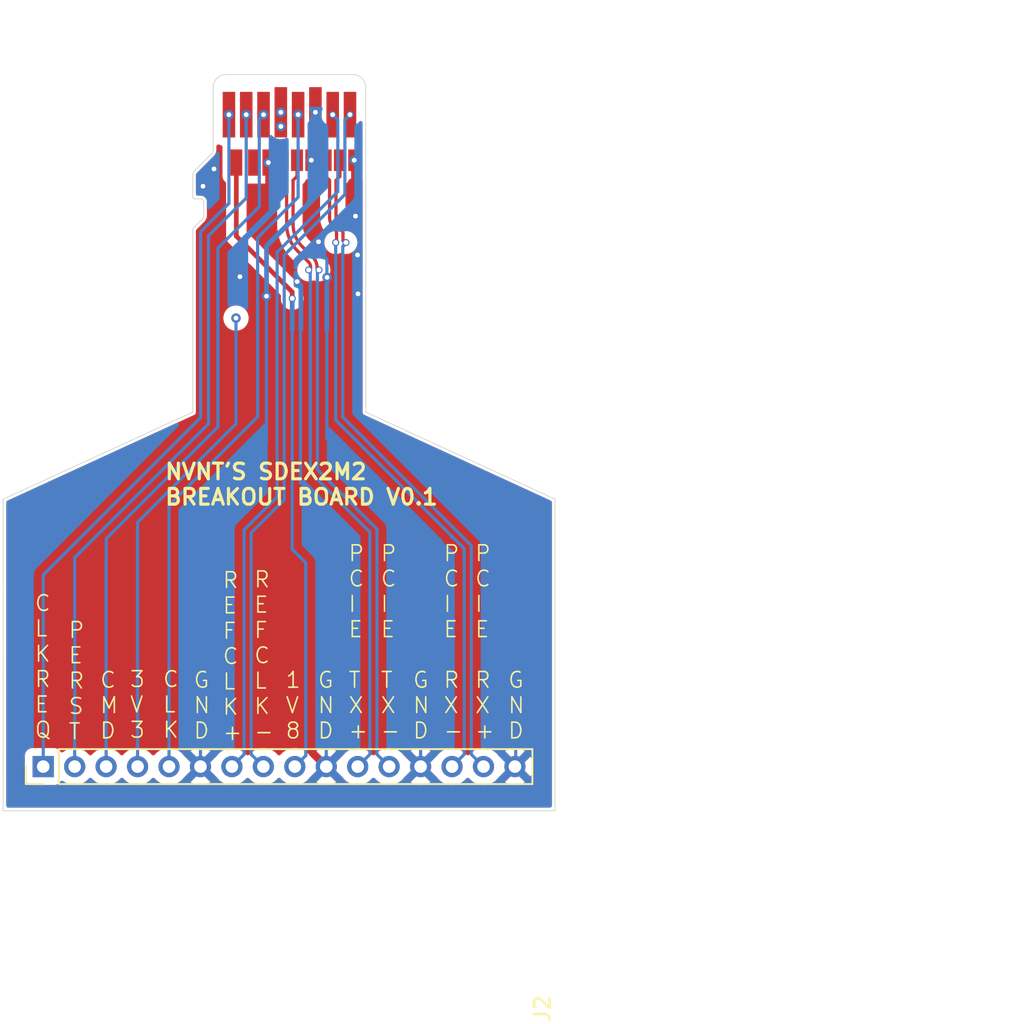
<source format=kicad_pcb>
(kicad_pcb (version 20241229) (generator "pcbnew") (generator_version "9.0")
  (layers (0 "F.Cu" signal) (4 "In1.Cu" signal "In1.GND.Cu") (6 "In2.Cu" signal "In2.VCC.Cu") (8 "In3.Cu" signal "In3.VCC.Cu") (10 "In4.Cu" signal "In4.GND.Cu") (2 "B.Cu" signal) (13 "F.Paste" user) (15 "B.Paste" user) (5 "F.SilkS" user "F.Silkscreen") (7 "B.SilkS" user "B.Silkscreen") (1 "F.Mask" user) (3 "B.Mask" user) (25 "Edge.Cuts" user))
  (net 0 "")
  (net 2 "/TX+")
  (net 3 "/TX-")
  (net 4 "Net-(J1-3V3)")
  (net 5 "Net-(J1-~{PERST}{slash}DAT3{slash}CD)")
  (net 6 "Net-(J1-~{CLKREQ}{slash}DAT2)")
  (net 7 "Net-(J1-CMD)")
  (net 8 "/RX+")
  (net 9 "Net-(J1-CLK)")
  (net 10 "Net-(J1-1V8)")
  (net 11 "GND")
  (net 12 "/RX-")
  (net 13 "/REFCLK+")
  (net 14 "/REFCLK-")
  (footprint "m1cha:usdex-male-open_bottom" (layer "F.Cu") (at 141.61 77.96)
    (property "Reference" "J1" (hide yes))
    (property "Value" "SDEX2M2 Breakout")
    (fp_line (start -6.15 6.395685) (end -6.15 7.8) (stroke (width 0.05)) (layer "Edge.Cuts"))
    (fp_line (start -6.15 9.8) (end -6.149999 15) (stroke (width 0.05)) (layer "Edge.Cuts"))
    (fp_line (start -6.05 7.9) (end -5.65 7.9) (stroke (width 0.05)) (layer "Edge.Cuts"))
    (fp_line (start -5.567158 9.217158) (end -6.15 9.8) (stroke (width 0.05)) (layer "Edge.Cuts"))
    (fp_line (start -5.45 8.1) (end -5.45 8.934315) (stroke (width 0.05)) (layer "Edge.Cuts"))
    (fp_line (start -4.967158 5.047158) (end -6.032843 6.112843) (stroke (width 0.05)) (layer "Edge.Cuts"))
    (fp_line (start -4.85 4.764315) (end -4.85 0.8) (stroke (width 0.05)) (layer "Edge.Cuts"))
    (fp_line (start -4.05 0) (end 4.05 0) (stroke (width 0.05)) (layer "Edge.Cuts"))
    (fp_line (start 4.85 0.8) (end 4.85 15) (stroke (width 0.05)) (layer "Edge.Cuts"))
    (fp_arc (start -6.15 6.395685) (mid -6.119552 6.242612) (end -6.032843 6.112843) (stroke (width 0.05)) (layer "Edge.Cuts"))
    (fp_arc (start -6.05 7.9) (mid -6.120711 7.870711) (end -6.15 7.8) (stroke (width 0.05)) (layer "Edge.Cuts"))
    (fp_arc (start -5.65 7.9) (mid -5.508579 7.958579) (end -5.45 8.1) (stroke (width 0.05)) (layer "Edge.Cuts"))
    (fp_arc (start -5.45 8.934315) (mid -5.480448 9.087389) (end -5.567158 9.217158) (stroke (width 0.05)) (layer "Edge.Cuts"))
    (fp_arc (start -4.85 0.8) (mid -4.615685 0.234315) (end -4.05 0) (stroke (width 0.05)) (layer "Edge.Cuts"))
    (fp_arc (start -4.85 4.764315) (mid -4.880448 4.917389) (end -4.967158 5.047158) (stroke (width 0.05)) (layer "Edge.Cuts"))
    (fp_arc (start 4.05 0) (mid 4.615685 0.234315) (end 4.85 0.8) (stroke (width 0.05)) (layer "Edge.Cuts"))
    (pad "1" smd rect (at -3.85 2.55) (size 0.8 2.9) (layers "F.Cu" "F.Mask" "F.Paste") (net 6 "Net-(J1-~{CLKREQ}{slash}DAT2)"))
    (pad "2" smd rect (at -2.75 2.55) (size 0.8 2.9) (layers "F.Cu" "F.Mask" "F.Paste") (net 5 "Net-(J1-~{PERST}{slash}DAT3{slash}CD)"))
    (pad "3" smd rect (at -1.65 2.55) (size 0.8 2.9) (layers "F.Cu" "F.Mask" "F.Paste") (net 7 "Net-(J1-CMD)"))
    (pad "4" smd rect (at -0.55 2.4) (size 0.8 3.2) (layers "F.Cu" "F.Mask" "F.Paste") (net 4 "Net-(J1-3V3)"))
    (pad "5" smd rect (at 0.55 2.55) (size 0.8 2.9) (layers "F.Cu" "F.Mask" "F.Paste") (net 9 "Net-(J1-CLK)"))
    (pad "6" smd rect (at 1.65 2.4) (size 0.8 3.2) (layers "F.Cu" "F.Mask" "F.Paste") (net 11 "GND"))
    (pad "7" smd rect (at 2.75 2.55) (size 0.8 2.9) (layers "F.Cu" "F.Mask" "F.Paste") (net 13 "/REFCLK+"))
    (pad "8" smd rect (at 3.85 2.55) (size 0.8 2.9) (layers "F.Cu" "F.Mask" "F.Paste") (net 14 "/REFCLK-"))
    (pad "9" smd rect (at -3.38 5.595) (size 0.76 1.67) (layers "F.Cu" "F.Mask" "F.Paste") (net 10 "Net-(J1-1V8)"))
    (pad "10" smd rect (at -1.34 5.595) (size 0.76 1.67) (layers "F.Cu" "F.Mask" "F.Paste") (net 11 "GND"))
    (pad "11" smd rect (at -0.43 5.445) (size 0.76 1.37) (layers "F.Cu" "F.Mask" "F.Paste") (net 2 "/TX+"))
    (pad "12" smd rect (at 0.48 5.445) (size 0.76 1.37) (layers "F.Cu" "F.Mask" "F.Paste") (net 3 "/TX-"))
    (pad "13" smd rect (at 1.39 5.445) (size 0.76 1.37) (layers "F.Cu" "F.Mask" "F.Paste") (net 11 "GND"))
    (pad "14" smd rect (at 2.3 5.445) (size 0.76 1.37) (layers "F.Cu" "F.Mask" "F.Paste") (net 12 "/RX-"))
    (pad "15" smd rect (at 3.21 5.445) (size 0.76 1.37) (layers "F.Cu" "F.Mask" "F.Paste") (net 8 "/RX+"))
    (pad "16" smd rect (at 4.12 5.445) (size 0.76 1.37) (layers "F.Cu" "F.Mask" "F.Paste") (net 11 "GND"))
    (pad "17" smd rect (at -2.25 5.595) (size 0.76 1.67) (layers "F.Cu" "F.Mask" "F.Paste"))
  )
  (footprint "Connector_PinHeader_2.00mm:PinHeader_1x16_P2.00mm_Vertical" (layer "F.Cu") (at 125.95 121.95 90)
    (property "Reference" "J2" (at -15.4 31.75 90) (layer "F.SilkS"))
    (property "Value" "Conn_02x08_Top_Bottom")
    (fp_line (start -1.11 -1.11) (end 0 -1.11) (stroke (width 0.12)) (layer "F.SilkS"))
    (fp_line (start -1.11 0) (end -1.11 -1.11) (stroke (width 0.12)) (layer "F.SilkS"))
    (fp_line (start 1.11 1) (end 1.11 31.11) (stroke (width 0.12)) (layer "F.SilkS"))
    (fp_line (start -1.11 1) (end 1.11 1) (stroke (width 0.12)) (layer "F.SilkS"))
    (fp_line (start -1.11 1) (end -1.11 31.11) (stroke (width 0.12)) (layer "F.SilkS"))
    (fp_line (start -1.11 31.11) (end 1.11 31.11) (stroke (width 0.12)) (layer "F.SilkS"))
    (pad "1" thru_hole rect (at 0 0 90) (size 1.35 1.35) (drill 0.8) (layers "*.Cu" "*.Mask") (net 6 "Net-(J1-~{CLKREQ}{slash}DAT2)"))
    (pad "2" thru_hole circle (at 0 2 90) (size 1.35 1.35) (drill 0.8) (layers "*.Cu" "*.Mask") (net 5 "Net-(J1-~{PERST}{slash}DAT3{slash}CD)"))
    (pad "3" thru_hole circle (at 0 4 90) (size 1.35 1.35) (drill 0.8) (layers "*.Cu" "*.Mask") (net 7 "Net-(J1-CMD)"))
    (pad "4" thru_hole circle (at 0 6 90) (size 1.35 1.35) (drill 0.8) (layers "*.Cu" "*.Mask") (net 4 "Net-(J1-3V3)"))
    (pad "5" thru_hole circle (at 0 8 90) (size 1.35 1.35) (drill 0.8) (layers "*.Cu" "*.Mask") (net 9 "Net-(J1-CLK)"))
    (pad "6" thru_hole circle (at 0 10 90) (size 1.35 1.35) (drill 0.8) (layers "*.Cu" "*.Mask") (net 11 "GND"))
    (pad "7" thru_hole circle (at 0 12 90) (size 1.35 1.35) (drill 0.8) (layers "*.Cu" "*.Mask") (net 13 "/REFCLK+"))
    (pad "8" thru_hole circle (at 0 14 90) (size 1.35 1.35) (drill 0.8) (layers "*.Cu" "*.Mask") (net 14 "/REFCLK-"))
    (pad "9" thru_hole circle (at 0 16 90) (size 1.35 1.35) (drill 0.8) (layers "*.Cu" "*.Mask") (net 10 "Net-(J1-1V8)"))
    (pad "10" thru_hole circle (at 0 18 90) (size 1.35 1.35) (drill 0.8) (layers "*.Cu" "*.Mask") (net 11 "GND"))
    (pad "11" thru_hole circle (at 0 20 90) (size 1.35 1.35) (drill 0.8) (layers "*.Cu" "*.Mask") (net 2 "/TX+"))
    (pad "12" thru_hole circle (at 0 22 90) (size 1.35 1.35) (drill 0.8) (layers "*.Cu" "*.Mask") (net 3 "/TX-"))
    (pad "13" thru_hole circle (at 0 24 90) (size 1.35 1.35) (drill 0.8) (layers "*.Cu" "*.Mask") (net 11 "GND"))
    (pad "14" thru_hole circle (at 0 26 90) (size 1.35 1.35) (drill 0.8) (layers "*.Cu" "*.Mask") (net 12 "/RX-"))
    (pad "15" thru_hole circle (at 0 28 90) (size 1.35 1.35) (drill 0.8) (layers "*.Cu" "*.Mask") (net 8 "/RX+"))
    (pad "16" thru_hole circle (at 0 30 90) (size 1.35 1.35) (drill 0.8) (layers "*.Cu" "*.Mask") (net 11 "GND"))
  )
  (gr_line (start 146.46 99.415985) (end 146.46 92.96) (stroke (width 0.05)) (layer "Edge.Cuts"))
  (gr_line (start 123.4 124.76) (end 158.5 124.76) (stroke (width 0.05)) (layer "Edge.Cuts"))
  (gr_line (start 158.5 104.95) (end 158.5 124.76) (stroke (width 0.05)) (layer "Edge.Cuts"))
  (gr_line (start 123.402514 104.95) (end 135.46 99.415985) (stroke (width 0.05)) (layer "Edge.Cuts"))
  (gr_line (start 146.46 99.415985) (end 158.5 104.95) (stroke (width 0.05)) (layer "Edge.Cuts"))
  (gr_line (start 123.402514 104.95) (end 123.4 124.76) (stroke (width 0.05)) (layer "Edge.Cuts"))
  (gr_line (start 135.46 92.96) (end 135.46 99.415985) (stroke (width 0.05)) (layer "Edge.Cuts"))
  (gr_text "G\nN\nD" (at 143.35 120.25 0) (layer "F.SilkS") (effects (font (size 1 1) (thickness 0.1)) (justify left bottom)))
  (gr_text "C\nL\nK" (at 133.5 120.2 0) (layer "F.SilkS") (effects (font (size 1 1) (thickness 0.1)) (justify left bottom)))
  (gr_text "P\nC\nI\nE\n\nR\nX\n-" (at 151.35 120.25 0) (layer "F.SilkS") (effects (font (size 1 1) (thickness 0.1)) (justify left bottom)))
  (gr_text "R\nE\nF\nC\nL\nK\n+" (at 137.3 120.35 0) (layer "F.SilkS") (effects (font (size 1 1) (thickness 0.1)) (justify left bottom)))
  (gr_text "P\nC\nI\nE\n\nR\nX\n+" (at 153.35 120.25 0) (layer "F.SilkS") (effects (font (size 1 1) (thickness 0.1)) (justify left bottom)))
  (gr_text "C\nM\nD" (at 129.5 120.25 0) (layer "F.SilkS") (effects (font (size 1 1) (thickness 0.1)) (justify left bottom)))
  (gr_text "C\nL\nK\nR\nE\nQ" (at 125.35 120.2 0) (layer "F.SilkS") (effects (font (size 1 1) (thickness 0.1)) (justify left bottom)))
  (gr_text "1\nV\n8" (at 141.3 120.25 0) (layer "F.SilkS") (effects (font (size 1 1) (thickness 0.1)) (justify left bottom)))
  (gr_text "P\nC\nI\nE\n\nT\nX\n+" (at 145.3 120.25 0) (layer "F.SilkS") (effects (font (size 1 1) (thickness 0.1)) (justify left bottom)))
  (gr_text "3\nV\n3" (at 131.4 120.2 0) (layer "F.SilkS") (effects (font (size 1 1) (thickness 0.1)) (justify left bottom)))
  (gr_text "G\nN\nD" (at 149.4 120.25 0) (layer "F.SilkS") (effects (font (size 1 1) (thickness 0.1)) (justify left bottom)))
  (gr_text "P\nE\nR\nS\nT" (at 127.5 120.3 0) (layer "F.SilkS") (effects (font (size 1 1) (thickness 0.1)) (justify left bottom)))
  (gr_text "R\nE\nF\nC\nL\nK\n-" (at 139.3 120.3 0) (layer "F.SilkS") (effects (font (size 1 1) (thickness 0.1)) (justify left bottom)))
  (gr_text "G\nN\nD" (at 155.45 120.25 0) (layer "F.SilkS") (effects (font (size 1 1) (thickness 0.1)) (justify left bottom)))
  (gr_text "P\nC\nI\nE\n\nT\nX\n-" (at 147.35 120.25 0) (layer "F.SilkS") (effects (font (size 1 1) (thickness 0.1)) (justify left bottom)))
  (gr_text "G\nN\nD" (at 135.45 120.25 0) (layer "F.SilkS") (effects (font (size 1 1) (thickness 0.1)) (justify left bottom)))
  (gr_text "NVNT'S SDEX2M2 \nBREAKOUT BOARD V0.1" (at 133.6 105.4 0) (layer "F.SilkS") (effects (font (size 1 1) (thickness 0.2) (bold yes)) (justify left bottom)))
  (segment (start 142.809336 89.858142) (end 142.136197 89.185003) (width 0.205232) (layer "F.Cu") (net 2))
  (segment (start 141.18 84.432501) (end 141.18 83.405) (width 0.205232) (layer "F.Cu") (net 2))
  (segment (start 142.955783 90.257617) (end 142.955783 90.211696) (width 0.205232) (layer "F.Cu") (net 2))
  (segment (start 141.430784 84.683285) (end 141.18 84.432501) (width 0.205232) (layer "F.Cu") (net 2))
  (segment (start 142.8334 90.38) (end 142.955783 90.257617) (width 0.205232) (layer "F.Cu") (net 2))
  (segment (start 141.430784 87.481985) (end 141.430784 84.683285) (width 0.205232) (layer "F.Cu") (net 2))
  (via (at 142.8334 90.38) (size 0.45) (drill 0.3) (layers "F.Cu" "B.Cu") (net 2))
  (arc (start 142.955783 90.211696) (mid 142.917723 90.020354) (end 142.809336 89.858142) (width 0.205232) (layer "F.Cu") (net 2))
  (arc (start 141.430784 87.481985) (mid 141.614115 88.403652) (end 142.136197 89.185003) (width 0.205232) (layer "F.Cu") (net 2))
  (segment (start 142.932384 103.250582) (end 146.724999 107.043197) (width 0.2) (layer "B.Cu") (net 2))
  (segment (start 146.724999 121.175001) (end 145.95 121.95) (width 0.2) (layer "B.Cu") (net 2))
  (segment (start 142.932384 90.478984) (end 142.932384 103.250582) (width 0.2) (layer "B.Cu") (net 2))
  (segment (start 146.724999 107.043197) (end 146.724999 121.175001) (width 0.2) (layer "B.Cu") (net 2))
  (segment (start 142.8334 90.38) (end 142.932384 90.478984) (width 0.2) (layer "B.Cu") (net 2))
  (segment (start 143.4866 90.38) (end 143.364217 90.257617) (width 0.205232) (layer "F.Cu") (net 3))
  (segment (start 143.364217 90.257617) (end 143.364217 90.211696) (width 0.205232) (layer "F.Cu") (net 3))
  (segment (start 142.09 84.432501) (end 142.09 83.405) (width 0.205232) (layer "F.Cu") (net 3))
  (segment (start 141.839216 87.481983) (end 141.839216 84.683285) (width 0.205232) (layer "F.Cu") (net 3))
  (segment (start 143.098143 89.569337) (end 142.425002 88.896196) (width 0.205232) (layer "F.Cu") (net 3))
  (segment (start 141.839216 84.683285) (end 142.09 84.432501) (width 0.205232) (layer "F.Cu") (net 3))
  (via (at 143.4866 90.38) (size 0.45) (drill 0.3) (layers "F.Cu" "B.Cu") (net 3))
  (arc (start 142.425002 88.896196) (mid 141.991457 88.24735) (end 141.839216 87.481983) (width 0.205232) (layer "F.Cu") (net 3))
  (arc (start 143.098143 89.569337) (mid 143.295067 89.864054) (end 143.364217 90.211696) (width 0.205232) (layer "F.Cu") (net 3))
  (segment (start 147.175001 106.856803) (end 147.175001 121.175001) (width 0.2) (layer "B.Cu") (net 3))
  (segment (start 143.387616 90.478984) (end 143.387616 103.069418) (width 0.2) (layer "B.Cu") (net 3))
  (segment (start 143.387616 103.069418) (end 147.175001 106.856803) (width 0.2) (layer "B.Cu") (net 3))
  (segment (start 147.175001 121.175001) (end 147.95 121.95) (width 0.2) (layer "B.Cu") (net 3))
  (segment (start 143.4866 90.38) (end 143.387616 90.478984) (width 0.2) (layer "B.Cu") (net 3))
  (via (at 141.06 81.26) (size 0.6) (drill 0.3) (layers "F.Cu" "B.Cu") (net 4))
  (via (at 141.06 80.36) (size 0.6) (drill 0.3) (layers "F.Cu" "B.Cu") (net 4))
  (via (at 138.21 93.44) (size 0.6) (drill 0.3) (layers "F.Cu" "B.Cu") (net 4))
  (segment (start 138.21 93.44) (end 138.21 100.16) (width 0.2) (layer "B.Cu") (net 4))
  (segment (start 131.95 106.42) (end 131.95 121.95) (width 0.2) (layer "B.Cu") (net 4))
  (segment (start 138.21 100.16) (end 131.95 106.42) (width 0.2) (layer "B.Cu") (net 4))
  (via (at 138.86 80.51) (size 0.6) (drill 0.3) (layers "F.Cu" "B.Cu") (net 5))
  (segment (start 136.46 100.16) (end 127.95 108.67) (width 0.2) (layer "B.Cu") (net 5))
  (segment (start 127.95 108.67) (end 127.95 121.95) (width 0.2) (layer "B.Cu") (net 5))
  (segment (start 136.46 88.21) (end 136.46 100.16) (width 0.2) (layer "B.Cu") (net 5))
  (segment (start 138.86 80.51) (end 138.86 85.81) (width 0.2) (layer "B.Cu") (net 5))
  (segment (start 138.86 85.81) (end 136.46 88.21) (width 0.2) (layer "B.Cu") (net 5))
  (via (at 137.76 80.51) (size 0.6) (drill 0.3) (layers "F.Cu" "B.Cu") (net 6))
  (segment (start 135.96 87.95) (end 135.96 99.76) (width 0.2) (layer "B.Cu") (net 6))
  (segment (start 125.95 109.77) (end 125.95 121.95) (width 0.2) (layer "B.Cu") (net 6))
  (segment (start 137.76 80.51) (end 137.76 86.15) (width 0.2) (layer "B.Cu") (net 6))
  (segment (start 135.96 99.76) (end 125.95 109.77) (width 0.2) (layer "B.Cu") (net 6))
  (segment (start 137.76 86.15) (end 135.96 87.95) (width 0.2) (layer "B.Cu") (net 6))
  (via (at 139.96 80.51) (size 0.6) (drill 0.3) (layers "F.Cu" "B.Cu") (net 7))
  (segment (start 137.06 88.99) (end 139.69 86.36) (width 0.2) (layer "B.Cu") (net 7))
  (segment (start 129.95 121.95) (end 129.95 108.85) (width 0.2) (layer "B.Cu") (net 7))
  (segment (start 139.69 80.78) (end 139.96 80.51) (width 0.2) (layer "B.Cu") (net 7))
  (segment (start 129.96 108.84) (end 129.96 107.46) (width 0.2) (layer "B.Cu") (net 7))
  (segment (start 129.95 108.85) (end 129.96 108.84) (width 0.2) (layer "B.Cu") (net 7))
  (segment (start 129.96 107.46) (end 137.06 100.36) (width 0.2) (layer "B.Cu") (net 7))
  (segment (start 139.69 86.36) (end 139.69 80.78) (width 0.2) (layer "B.Cu") (net 7))
  (segment (start 137.06 100.36) (end 137.06 88.99) (width 0.2) (layer "B.Cu") (net 7))
  (segment (start 144.569216 84.683285) (end 144.82 84.432501) (width 0.205232) (layer "F.Cu") (net 8))
  (segment (start 144.748143 87.429337) (end 144.715662 87.396856) (width 0.205232) (layer "F.Cu") (net 8))
  (segment (start 145.1366 88.64) (end 145.014217 88.517617) (width 0.205232) (layer "F.Cu") (net 8))
  (segment (start 144.569216 87.043303) (end 144.569216 84.683285) (width 0.205232) (layer "F.Cu") (net 8))
  (segment (start 144.82 84.432501) (end 144.82 83.405) (width 0.205232) (layer "F.Cu") (net 8))
  (segment (start 145.014217 88.517617) (end 145.014217 88.071696) (width 0.205232) (layer "F.Cu") (net 8))
  (via (at 145.2032 88.64) (size 0.45) (drill 0.3) (layers "F.Cu" "B.Cu") (net 8))
  (arc (start 144.569216 87.043303) (mid 144.607276 87.234644) (end 144.715662 87.396856) (width 0.205232) (layer "F.Cu") (net 8))
  (arc (start 144.748143 87.429337) (mid 144.945067 87.724054) (end 145.014217 88.071696) (width 0.205232) (layer "F.Cu") (net 8))
  (segment (start 145.000001 99.731803) (end 153.175001 107.906803) (width 0.2) (layer "B.Cu") (net 8))
  (segment (start 145.2032 88.64) (end 145.051 88.7922) (width 0.2) (layer "B.Cu") (net 8))
  (segment (start 145.051 88.847521) (end 145.000001 88.89852) (width 0.2) (layer "B.Cu") (net 8))
  (segment (start 153.175001 107.906803) (end 153.175001 121.175001) (width 0.2) (layer "B.Cu") (net 8))
  (segment (start 145.000001 88.89852) (end 145.000001 99.731803) (width 0.2) (layer "B.Cu") (net 8))
  (segment (start 145.051 88.7922) (end 145.051 88.847521) (width 0.2) (layer "B.Cu") (net 8))
  (segment (start 153.175001 121.175001) (end 153.95 121.95) (width 0.2) (layer "B.Cu") (net 8))
  (via (at 142.16 80.51) (size 0.6) (drill 0.3) (layers "F.Cu" "B.Cu") (net 9))
  (segment (start 133.95 105.35) (end 133.95 121.95) (width 0.2) (layer "B.Cu") (net 9))
  (segment (start 142.16 85.76) (end 139.585 88.335) (width 0.2) (layer "B.Cu") (net 9))
  (segment (start 139.585 99.715) (end 138.4 100.9) (width 0.2) (layer "B.Cu") (net 9))
  (segment (start 138.4 100.9) (end 133.95 105.35) (width 0.2) (layer "B.Cu") (net 9))
  (segment (start 139.585 88.335) (end 139.585 99.715) (width 0.2) (layer "B.Cu") (net 9))
  (segment (start 142.16 80.51) (end 142.16 85.76) (width 0.2) (layer "B.Cu") (net 9))
  (segment (start 141.785 91.785) (end 138.23 88.23) (width 0.3) (layer "F.Cu") (net 10))
  (segment (start 138.23 88.23) (end 138.23 83.555) (width 0.3) (layer "F.Cu") (net 10))
  (segment (start 141.785 92.19) (end 141.785 91.785) (width 0.3) (layer "F.Cu") (net 10))
  (via (at 141.785 92.19) (size 0.45) (drill 0.3) (layers "F.Cu" "B.Cu") (net 10))
  (segment (start 142.65 109) (end 141.785 108.135) (width 0.2) (layer "B.Cu") (net 10))
  (segment (start 142.65 121.25) (end 142.65 109) (width 0.2) (layer "B.Cu") (net 10))
  (segment (start 141.785 108.135) (end 141.785 94.185) (width 0.2) (layer "B.Cu") (net 10))
  (segment (start 141.785 92.19) (end 141.785 94.185) (width 0.3) (layer "B.Cu") (net 10))
  (segment (start 141.95 121.95) (end 142.65 121.25) (width 0.2) (layer "B.Cu") (net 10))
  (segment (start 140.27 83.555) (end 140.27 85.52) (width 0.4) (layer "F.Cu") (net 11))
  (segment (start 143 83.4025) (end 143 85.3375) (width 0.4) (layer "F.Cu") (net 11))
  (segment (start 145.73 83.405) (end 145.73 84.91) (width 0.4) (layer "F.Cu") (net 11))
  (via (at 136.81 83.96) (size 0.6) (drill 0.3) (layers "F.Cu" "B.Cu") (net 11))
  (via (at 138.46 90.81) (size 0.6) (drill 0.3) (layers "F.Cu" "B.Cu") (net 11))
  (via (at 142.1 91.12) (size 0.45) (drill 0.3) (layers "F.Cu" "B.Cu") (net 11))
  (via (at 140.27 83.555) (size 0.6) (drill 0.3) (layers "F.Cu" "B.Cu") (net 11))
  (via (at 145.94 89.43) (size 0.45) (drill 0.3) (layers "F.Cu" "B.Cu") (net 11))
  (via (at 143.46 88.59) (size 0.45) (drill 0.3) (layers "F.Cu" "B.Cu") (net 11))
  (via (at 136.11 85.06) (size 0.6) (drill 0.3) (layers "F.Cu" "B.Cu") (net 11))
  (via (at 145.81 86.96) (size 0.45) (drill 0.3) (layers "F.Cu" "B.Cu") (net 11))
  (via (at 143 83.405) (size 0.6) (drill 0.3) (layers "F.Cu" "B.Cu") (net 11))
  (via (at 144.002007 90.853667) (size 0.6) (drill 0.3) (layers "F.Cu" "B.Cu") (net 11))
  (via (at 143.26 80.36) (size 0.6) (drill 0.3) (layers "F.Cu" "B.Cu") (net 11))
  (via (at 145.73 83.405) (size 0.6) (drill 0.3) (layers "F.Cu" "B.Cu") (net 11))
  (via (at 145.97 91.9) (size 0.45) (drill 0.3) (layers "F.Cu" "B.Cu") (net 11))
  (via (at 140.15 92.05) (size 0.6) (drill 0.3) (layers "F.Cu" "B.Cu") (net 11))
  (segment (start 143.99 89.68) (end 143.25 88.94) (width 0.2) (layer "B.Cu") (net 11))
  (segment (start 143.37 88.59) (end 143.46 88.59) (width 0.2) (layer "B.Cu") (net 11))
  (segment (start 155.95 121.95) (end 156 121.9) (width 0.2) (layer "B.Cu") (net 11))
  (segment (start 143.985 94.185) (end 144.01 94.16) (width 0.2) (layer "B.Cu") (net 11))
  (segment (start 143.985 94.185) (end 143.985 101.085) (width 0.2) (layer "B.Cu") (net 11))
  (segment (start 144.002007 90.853667) (end 143.99 90.84166) (width 0.2) (layer "B.Cu") (net 11))
  (segment (start 143.99 90.865674) (end 143.99 92.28) (width 0.3) (layer "B.Cu") (net 11))
  (segment (start 143.99 90.84166) (end 143.99 89.68) (width 0.2) (layer "B.Cu") (net 11))
  (segment (start 142.335 94.185) (end 142.335 91.355) (width 0.3) (layer "B.Cu") (net 11))
  (segment (start 143.25 88.8) (end 143.46 88.59) (width 0.2) (layer "B.Cu") (net 11))
  (segment (start 143.25 88.94) (end 143.25 88.8) (width 0.2) (layer "B.Cu") (net 11))
  (segment (start 144.002007 90.853667) (end 143.99 90.865674) (width 0.3) (layer "B.Cu") (net 11))
  (segment (start 145.71 99.51) (end 145.71 92.1) (width 0.2) (layer "B.Cu") (net 11))
  (segment (start 142.31 103.91) (end 142.31 94.21) (width 0.2) (layer "B.Cu") (net 11))
  (segment (start 143.95 121.95) (end 143.95 105.55) (width 0.2) (layer "B.Cu") (net 11))
  (segment (start 143.985 92.285) (end 143.985 94.185) (width 0.3) (layer "B.Cu") (net 11))
  (segment (start 143.99 92.28) (end 143.985 92.285) (width 0.3) (layer "B.Cu") (net 11))
  (segment (start 143.33 88.63) (end 143.37 88.59) (width 0.2) (layer "B.Cu") (net 11))
  (segment (start 140.84 83.86) (end 140.84 86.32) (width 0.4) (layer "B.Cu") (net 11))
  (segment (start 140.84 86.32) (end 138.78 88.38) (width 0.4) (layer "B.Cu") (net 11))
  (segment (start 135.95 121.95) (end 135.95 105.5) (width 0.2) (layer "B.Cu") (net 11))
  (segment (start 140.15 88.86) (end 140.4 88.61) (width 0.3) (layer "B.Cu") (net 11))
  (segment (start 142.335 91.355) (end 142.1 91.12) (width 0.3) (layer "B.Cu") (net 11))
  (segment (start 143.95 105.55) (end 142.31 103.91) (width 0.2) (layer "B.Cu") (net 11))
  (segment (start 149.95 107.05) (end 149.95 121.95) (width 0.2) (layer "B.Cu") (net 11))
  (segment (start 140.27 83.555) (end 140.535 83.555) (width 0.4) (layer "B.Cu") (net 11))
  (segment (start 140.535 83.555) (end 140.84 83.86) (width 0.4) (layer "B.Cu") (net 11))
  (segment (start 142.31 94.21) (end 142.335 94.185) (width 0.2) (layer "B.Cu") (net 11))
  (segment (start 140.135 92.065) (end 140.15 92.05) (width 0.3) (layer "B.Cu") (net 11))
  (segment (start 156 109.8) (end 145.71 99.51) (width 0.2) (layer "B.Cu") (net 11))
  (segment (start 135.95 105.5) (end 140.15 101.3) (width 0.2) (layer "B.Cu") (net 11))
  (segment (start 143.985 101.085) (end 149.8 106.9) (width 0.2) (layer "B.Cu") (net 11))
  (segment (start 149.8 106.9) (end 149.95 107.05) (width 0.2) (layer "B.Cu") (net 11))
  (segment (start 156 121.9) (end 156 109.8) (width 0.2) (layer "B.Cu") (net 11))
  (segment (start 145.91 91.9) (end 145.97 91.9) (width 0.2) (layer "B.Cu") (net 11))
  (segment (start 140.15 92.05) (end 140.15 88.86) (width 0.3) (layer "B.Cu") (net 11))
  (segment (start 140.15 101.3) (end 140.15 92.05) (width 0.2) (layer "B.Cu") (net 11))
  (segment (start 138.78 88.38) (end 138.78 88.50219) (width 0.4) (layer "B.Cu") (net 11))
  (segment (start 143 83.405) (end 143 85.34) (width 0.4) (layer "B.Cu") (net 11))
  (segment (start 143.91 84.432501) (end 143.91 83.405) (width 0.205232) (layer "F.Cu") (net 12))
  (segment (start 144.605783 88.517617) (end 144.605783 88.071696) (width 0.205232) (layer "F.Cu") (net 12))
  (segment (start 144.160784 84.683285) (end 143.91 84.432501) (width 0.205232) (layer "F.Cu") (net 12))
  (segment (start 144.459336 87.718142) (end 144.426857 87.685663) (width 0.205232) (layer "F.Cu") (net 12))
  (segment (start 144.4834 88.64) (end 144.605783 88.517617) (width 0.205232) (layer "F.Cu") (net 12))
  (segment (start 144.160784 87.043305) (end 144.160784 84.683285) (width 0.205232) (layer "F.Cu") (net 12))
  (via (at 144.55 88.64) (size 0.45) (drill 0.3) (layers "F.Cu" "B.Cu") (net 12))
  (arc (start 144.605783 88.071696) (mid 144.567723 87.880354) (end 144.459336 87.718142) (width 0.205232) (layer "F.Cu") (net 12))
  (arc (start 144.426857 87.685663) (mid 144.229934 87.390947) (end 144.160784 87.043305) (width 0.205232) (layer "F.Cu") (net 12))
  (segment (start 151.91 107.36) (end 151.95 107.4) (width 0.2) (layer "B.Cu") (net 12))
  (segment (start 144.553007 90.625435) (end 144.553007 91.081899) (width 0.2) (layer "B.Cu") (net 12))
  (segment (start 144.55 90.622428) (end 144.553007 90.625435) (width 0.2) (layer "B.Cu") (net 12))
  (segment (start 144.553007 91.081899) (end 144.55 91.084906) (width 0.2) (layer "B.Cu") (net 12))
  (segment (start 144.55 91.084906) (end 144.55 99.918198) (width 0.2) (layer "B.Cu") (net 12))
  (segment (start 152.724999 108.093197) (end 152.724999 121.175001) (width 0.2) (layer "B.Cu") (net 12))
  (segment (start 144.55 99.918198) (end 152.724999 108.093197) (width 0.2) (layer "B.Cu") (net 12))
  (segment (start 152.724999 121.175001) (end 151.95 121.95) (width 0.2) (layer "B.Cu") (net 12))
  (segment (start 144.55 88.64) (end 144.55 90.622428) (width 0.2) (layer "B.Cu") (net 12))
  (via (at 144.36 80.51) (size 0.45) (drill 0.3) (layers "F.Cu" "B.Cu") (net 13))
  (segment (start 144.684999 80.834999) (end 144.36 80.51) (width 0.2) (layer "B.Cu") (net 13))
  (segment (start 144.684999 85.396803) (end 144.684999 80.834999) (width 0.2) (layer "B.Cu") (net 13))
  (segment (start 140.825 104.806802) (end 140.825 89.256802) (width 0.2) (layer "B.Cu") (net 13))
  (segment (start 140.825 89.256802) (end 144.684999 85.396803) (width 0.2) (layer "B.Cu") (net 13))
  (segment (start 137.95 121.95) (end 138.724999 121.175001) (width 0.2) (layer "B.Cu") (net 13))
  (segment (start 138.724999 106.906803) (end 140.825 104.806802) (width 0.2) (layer "B.Cu") (net 13))
  (segment (start 138.724999 121.175001) (end 138.724999 106.906803) (width 0.2) (layer "B.Cu") (net 13))
  (via (at 145.46 80.51) (size 0.45) (drill 0.3) (layers "F.Cu" "B.Cu") (net 14))
  (segment (start 139.175001 107.093197) (end 141.275 104.993198) (width 0.2) (layer "B.Cu") (net 14))
  (segment (start 145.135001 80.834999) (end 145.46 80.51) (width 0.2) (layer "B.Cu") (net 14))
  (segment (start 145.135001 85.583197) (end 145.135001 80.834999) (width 0.2) (layer "B.Cu") (net 14))
  (segment (start 139.175001 121.175001) (end 139.175001 107.093197) (width 0.2) (layer "B.Cu") (net 14))
  (segment (start 139.95 121.95) (end 139.175001 121.175001) (width 0.2) (layer "B.Cu") (net 14))
  (segment (start 141.275 104.993198) (end 141.275 89.443198) (width 0.2) (layer "B.Cu") (net 14))
  (segment (start 141.275 89.443198) (end 145.135001 85.583197) (width 0.2) (layer "B.Cu") (net 14))
  (zone (net 11) (net_name "GND") (layer "F.Cu") (connect_pads (clearance 0.5)) (min_thickness 0.25) (fill yes (thermal_gap 0.5) (thermal_bridge_width 0.5))
    (polygon (pts (xy 146.61 80) (xy 146.7 99.25) (xy 158.75 104.85) (xy 158.7 125.05) (xy 123.3 124.95) (xy 123.2 104.7) (xy 135.1 99.3) (xy 135.11 80)))
  )
  (zone (net 11) (net_name "GND") (layer "B.Cu") (priority 1) (connect_pads (clearance 0.5)) (min_thickness 0.25) (fill yes (thermal_gap 0.5) (thermal_bridge_width 0.5))
    (polygon (pts (xy 146.61 80) (xy 146.7 99.25) (xy 158.75 104.85) (xy 158.7 125.05) (xy 123.3 124.95) (xy 123.2 104.7) (xy 135.1 99.3) (xy 135.11 80)))
  )
)
</source>
